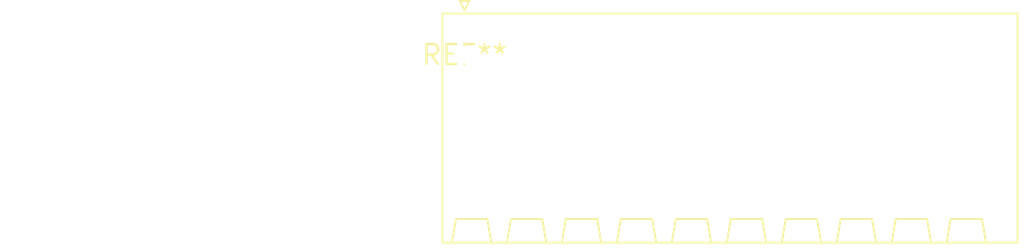
<source format=kicad_pcb>
(kicad_pcb (version 20240108) (generator pcbnew)
  (layers (0 "F.Cu" signal) (31 "B.Cu" signal) (34 "B.Paste" user) (35 "F.Paste" user) (36 "B.SilkS" user "B.Silkscreen") (37 "F.SilkS" user "F.Silkscreen") (38 "B.Mask" user) (39 "F.Mask" user) (44 "Edge.Cuts" user))
  (net 0 "")
  (footprint "PhoenixContact_SPT_1.5_10-H-3.5_1x10_P3.5mm_Horizontal" (layer "F.Cu") (at 0 0)
    (property "Reference" "REF**")
    (property "Value" "PhoenixContact_SPT_1.5_10-H-3.5_1x10_P3.5mm_Horizontal")
    (fp_line (start -1.41 -2.64) (end 35.21 -2.64) (layer "F.SilkS") (stroke (width 0.12)))
    (fp_line (start -1.41 11.98) (end -1.41 -2.64) (layer "F.SilkS") (stroke (width 0.12)))
    (fp_line (start -0.8 11.98) (end -0.55 10.48) (layer "F.SilkS") (stroke (width 0.12)))
    (fp_line (start -0.55 10.48) (end 1.45 10.48) (layer "F.SilkS") (stroke (width 0.12)))
    (fp_line (start -0.3 -3.44) (end 0 -2.84) (layer "F.SilkS") (stroke (width 0.12)))
    (fp_line (start -0.3 -3.44) (end 0.3 -3.44) (layer "F.SilkS") (stroke (width 0.12)))
    (fp_line (start 0.3 -3.44) (end 0 -2.84) (layer "F.SilkS") (stroke (width 0.12)))
    (fp_line (start 1.7 11.98) (end 1.45 10.48) (layer "F.SilkS") (stroke (width 0.12)))
    (fp_line (start 2.7 11.98) (end 2.95 10.48) (layer "F.SilkS") (stroke (width 0.12)))
    (fp_line (start 2.95 10.48) (end 4.95 10.48) (layer "F.SilkS") (stroke (width 0.12)))
    (fp_line (start 5.2 11.98) (end 4.95 10.48) (layer "F.SilkS") (stroke (width 0.12)))
    (fp_line (start 6.2 11.98) (end 6.45 10.48) (layer "F.SilkS") (stroke (width 0.12)))
    (fp_line (start 6.45 10.48) (end 8.45 10.48) (layer "F.SilkS") (stroke (width 0.12)))
    (fp_line (start 8.7 11.98) (end 8.45 10.48) (layer "F.SilkS") (stroke (width 0.12)))
    (fp_line (start 9.7 11.98) (end 9.95 10.48) (layer "F.SilkS") (stroke (width 0.12)))
    (fp_line (start 9.95 10.48) (end 11.95 10.48) (layer "F.SilkS") (stroke (width 0.12)))
    (fp_line (start 12.2 11.98) (end 11.95 10.48) (layer "F.SilkS") (stroke (width 0.12)))
    (fp_line (start 13.2 11.98) (end 13.45 10.48) (layer "F.SilkS") (stroke (width 0.12)))
    (fp_line (start 13.45 10.48) (end 15.45 10.48) (layer "F.SilkS") (stroke (width 0.12)))
    (fp_line (start 15.7 11.98) (end 15.45 10.48) (layer "F.SilkS") (stroke (width 0.12)))
    (fp_line (start 16.7 11.98) (end 16.95 10.48) (layer "F.SilkS") (stroke (width 0.12)))
    (fp_line (start 16.95 10.48) (end 18.95 10.48) (layer "F.SilkS") (stroke (width 0.12)))
    (fp_line (start 19.2 11.98) (end 18.95 10.48) (layer "F.SilkS") (stroke (width 0.12)))
    (fp_line (start 20.2 11.98) (end 20.45 10.48) (layer "F.SilkS") (stroke (width 0.12)))
    (fp_line (start 20.45 10.48) (end 22.45 10.48) (layer "F.SilkS") (stroke (width 0.12)))
    (fp_line (start 22.7 11.98) (end 22.45 10.48) (layer "F.SilkS") (stroke (width 0.12)))
    (fp_line (start 23.7 11.98) (end 23.95 10.48) (layer "F.SilkS") (stroke (width 0.12)))
    (fp_line (start 23.95 10.48) (end 25.95 10.48) (layer "F.SilkS") (stroke (width 0.12)))
    (fp_line (start 26.2 11.98) (end 25.95 10.48) (layer "F.SilkS") (stroke (width 0.12)))
    (fp_line (start 27.2 11.98) (end 27.45 10.48) (layer "F.SilkS") (stroke (width 0.12)))
    (fp_line (start 27.45 10.48) (end 29.45 10.48) (layer "F.SilkS") (stroke (width 0.12)))
    (fp_line (start 29.7 11.98) (end 29.45 10.48) (layer "F.SilkS") (stroke (width 0.12)))
    (fp_line (start 30.7 11.98) (end 30.95 10.48) (layer "F.SilkS") (stroke (width 0.12)))
    (fp_line (start 30.95 10.48) (end 32.95 10.48) (layer "F.SilkS") (stroke (width 0.12)))
    (fp_line (start 33.2 11.98) (end 32.95 10.48) (layer "F.SilkS") (stroke (width 0.12)))
    (fp_line (start 35.21 -2.64) (end 35.21 11.98) (layer "F.SilkS") (stroke (width 0.12)))
    (fp_line (start 35.21 11.98) (end -1.41 11.98) (layer "F.SilkS") (stroke (width 0.12)))
    (pad "1" thru_hole roundrect (at 0 0) (size 1.8 3.3) (drill 1.1) (layers *.Cu *.Mask) (remove_unused_layers) (roundrect_rratio 0.138889))
    (pad "1" thru_hole roundrect (at 0 8.2) (size 1.8 3.3) (drill 1.1) (layers *.Cu *.Mask) (remove_unused_layers) (roundrect_rratio 0.138889))
    (pad "2" thru_hole oval (at 3.5 0) (size 1.8 3.3) (drill 1.1) (layers *.Cu *.Mask) (remove_unused_layers))
    (pad "2" thru_hole oval (at 3.5 8.2) (size 1.8 3.3) (drill 1.1) (layers *.Cu *.Mask) (remove_unused_layers))
    (pad "3" thru_hole oval (at 7 0) (size 1.8 3.3) (drill 1.1) (layers *.Cu *.Mask) (remove_unused_layers))
    (pad "3" thru_hole oval (at 7 8.2) (size 1.8 3.3) (drill 1.1) (layers *.Cu *.Mask) (remove_unused_layers))
    (pad "4" thru_hole oval (at 10.5 0) (size 1.8 3.3) (drill 1.1) (layers *.Cu *.Mask) (remove_unused_layers))
    (pad "4" thru_hole oval (at 10.5 8.2) (size 1.8 3.3) (drill 1.1) (layers *.Cu *.Mask) (remove_unused_layers))
    (pad "5" thru_hole oval (at 14 0) (size 1.8 3.3) (drill 1.1) (layers *.Cu *.Mask) (remove_unused_layers))
    (pad "5" thru_hole oval (at 14 8.2) (size 1.8 3.3) (drill 1.1) (layers *.Cu *.Mask) (remove_unused_layers))
    (pad "6" thru_hole oval (at 17.5 0) (size 1.8 3.3) (drill 1.1) (layers *.Cu *.Mask) (remove_unused_layers))
    (pad "6" thru_hole oval (at 17.5 8.2) (size 1.8 3.3) (drill 1.1) (layers *.Cu *.Mask) (remove_unused_layers))
    (pad "7" thru_hole oval (at 21 0) (size 1.8 3.3) (drill 1.1) (layers *.Cu *.Mask) (remove_unused_layers))
    (pad "7" thru_hole oval (at 21 8.2) (size 1.8 3.3) (drill 1.1) (layers *.Cu *.Mask) (remove_unused_layers))
    (pad "8" thru_hole oval (at 24.5 0) (size 1.8 3.3) (drill 1.1) (layers *.Cu *.Mask) (remove_unused_layers))
    (pad "8" thru_hole oval (at 24.5 8.2) (size 1.8 3.3) (drill 1.1) (layers *.Cu *.Mask) (remove_unused_layers))
    (pad "9" thru_hole oval (at 28 0) (size 1.8 3.3) (drill 1.1) (layers *.Cu *.Mask) (remove_unused_layers))
    (pad "9" thru_hole oval (at 28 8.2) (size 1.8 3.3) (drill 1.1) (layers *.Cu *.Mask) (remove_unused_layers))
    (pad "10" thru_hole oval (at 31.5 0) (size 1.8 3.3) (drill 1.1) (layers *.Cu *.Mask) (remove_unused_layers))
    (pad "10" thru_hole oval (at 31.5 8.2) (size 1.8 3.3) (drill 1.1) (layers *.Cu *.Mask) (remove_unused_layers))
  )
)
</source>
